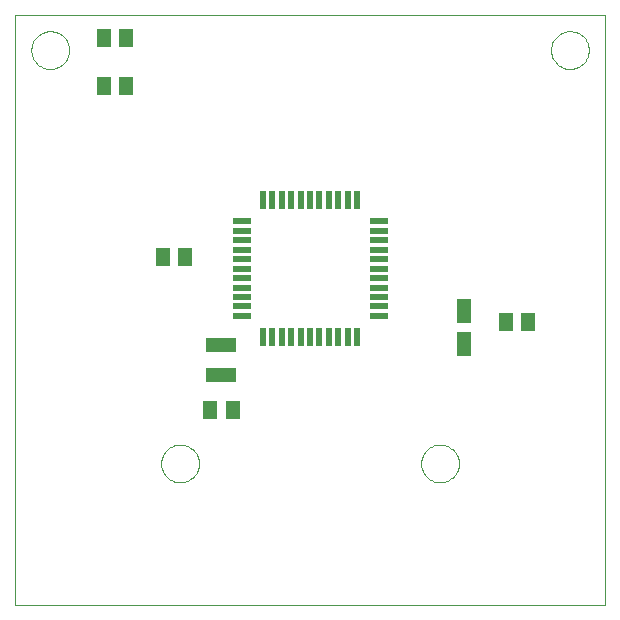
<source format=gbp>
G75*
G70*
%OFA0B0*%
%FSLAX24Y24*%
%IPPOS*%
%LPD*%
%AMOC8*
5,1,8,0,0,1.08239X$1,22.5*
%
%ADD10C,0.0000*%
%ADD11R,0.0512X0.0591*%
%ADD12R,0.0472X0.0787*%
%ADD13R,0.0197X0.0591*%
%ADD14R,0.0591X0.0197*%
%ADD15R,0.1000X0.0500*%
D10*
X000377Y000377D02*
X020062Y000377D01*
X020062Y020062D01*
X000377Y020062D01*
X000377Y000377D01*
X005259Y005101D02*
X005261Y005151D01*
X005267Y005201D01*
X005277Y005250D01*
X005291Y005298D01*
X005308Y005345D01*
X005329Y005390D01*
X005354Y005434D01*
X005382Y005475D01*
X005414Y005514D01*
X005448Y005551D01*
X005485Y005585D01*
X005525Y005615D01*
X005567Y005642D01*
X005611Y005666D01*
X005657Y005687D01*
X005704Y005703D01*
X005752Y005716D01*
X005802Y005725D01*
X005851Y005730D01*
X005902Y005731D01*
X005952Y005728D01*
X006001Y005721D01*
X006050Y005710D01*
X006098Y005695D01*
X006144Y005677D01*
X006189Y005655D01*
X006232Y005629D01*
X006273Y005600D01*
X006312Y005568D01*
X006348Y005533D01*
X006380Y005495D01*
X006410Y005455D01*
X006437Y005412D01*
X006460Y005368D01*
X006479Y005322D01*
X006495Y005274D01*
X006507Y005225D01*
X006515Y005176D01*
X006519Y005126D01*
X006519Y005076D01*
X006515Y005026D01*
X006507Y004977D01*
X006495Y004928D01*
X006479Y004880D01*
X006460Y004834D01*
X006437Y004790D01*
X006410Y004747D01*
X006380Y004707D01*
X006348Y004669D01*
X006312Y004634D01*
X006273Y004602D01*
X006232Y004573D01*
X006189Y004547D01*
X006144Y004525D01*
X006098Y004507D01*
X006050Y004492D01*
X006001Y004481D01*
X005952Y004474D01*
X005902Y004471D01*
X005851Y004472D01*
X005802Y004477D01*
X005752Y004486D01*
X005704Y004499D01*
X005657Y004515D01*
X005611Y004536D01*
X005567Y004560D01*
X005525Y004587D01*
X005485Y004617D01*
X005448Y004651D01*
X005414Y004688D01*
X005382Y004727D01*
X005354Y004768D01*
X005329Y004812D01*
X005308Y004857D01*
X005291Y004904D01*
X005277Y004952D01*
X005267Y005001D01*
X005261Y005051D01*
X005259Y005101D01*
X013920Y005101D02*
X013922Y005151D01*
X013928Y005201D01*
X013938Y005250D01*
X013952Y005298D01*
X013969Y005345D01*
X013990Y005390D01*
X014015Y005434D01*
X014043Y005475D01*
X014075Y005514D01*
X014109Y005551D01*
X014146Y005585D01*
X014186Y005615D01*
X014228Y005642D01*
X014272Y005666D01*
X014318Y005687D01*
X014365Y005703D01*
X014413Y005716D01*
X014463Y005725D01*
X014512Y005730D01*
X014563Y005731D01*
X014613Y005728D01*
X014662Y005721D01*
X014711Y005710D01*
X014759Y005695D01*
X014805Y005677D01*
X014850Y005655D01*
X014893Y005629D01*
X014934Y005600D01*
X014973Y005568D01*
X015009Y005533D01*
X015041Y005495D01*
X015071Y005455D01*
X015098Y005412D01*
X015121Y005368D01*
X015140Y005322D01*
X015156Y005274D01*
X015168Y005225D01*
X015176Y005176D01*
X015180Y005126D01*
X015180Y005076D01*
X015176Y005026D01*
X015168Y004977D01*
X015156Y004928D01*
X015140Y004880D01*
X015121Y004834D01*
X015098Y004790D01*
X015071Y004747D01*
X015041Y004707D01*
X015009Y004669D01*
X014973Y004634D01*
X014934Y004602D01*
X014893Y004573D01*
X014850Y004547D01*
X014805Y004525D01*
X014759Y004507D01*
X014711Y004492D01*
X014662Y004481D01*
X014613Y004474D01*
X014563Y004471D01*
X014512Y004472D01*
X014463Y004477D01*
X014413Y004486D01*
X014365Y004499D01*
X014318Y004515D01*
X014272Y004536D01*
X014228Y004560D01*
X014186Y004587D01*
X014146Y004617D01*
X014109Y004651D01*
X014075Y004688D01*
X014043Y004727D01*
X014015Y004768D01*
X013990Y004812D01*
X013969Y004857D01*
X013952Y004904D01*
X013938Y004952D01*
X013928Y005001D01*
X013922Y005051D01*
X013920Y005101D01*
X018251Y018881D02*
X018253Y018931D01*
X018259Y018981D01*
X018269Y019030D01*
X018283Y019078D01*
X018300Y019125D01*
X018321Y019170D01*
X018346Y019214D01*
X018374Y019255D01*
X018406Y019294D01*
X018440Y019331D01*
X018477Y019365D01*
X018517Y019395D01*
X018559Y019422D01*
X018603Y019446D01*
X018649Y019467D01*
X018696Y019483D01*
X018744Y019496D01*
X018794Y019505D01*
X018843Y019510D01*
X018894Y019511D01*
X018944Y019508D01*
X018993Y019501D01*
X019042Y019490D01*
X019090Y019475D01*
X019136Y019457D01*
X019181Y019435D01*
X019224Y019409D01*
X019265Y019380D01*
X019304Y019348D01*
X019340Y019313D01*
X019372Y019275D01*
X019402Y019235D01*
X019429Y019192D01*
X019452Y019148D01*
X019471Y019102D01*
X019487Y019054D01*
X019499Y019005D01*
X019507Y018956D01*
X019511Y018906D01*
X019511Y018856D01*
X019507Y018806D01*
X019499Y018757D01*
X019487Y018708D01*
X019471Y018660D01*
X019452Y018614D01*
X019429Y018570D01*
X019402Y018527D01*
X019372Y018487D01*
X019340Y018449D01*
X019304Y018414D01*
X019265Y018382D01*
X019224Y018353D01*
X019181Y018327D01*
X019136Y018305D01*
X019090Y018287D01*
X019042Y018272D01*
X018993Y018261D01*
X018944Y018254D01*
X018894Y018251D01*
X018843Y018252D01*
X018794Y018257D01*
X018744Y018266D01*
X018696Y018279D01*
X018649Y018295D01*
X018603Y018316D01*
X018559Y018340D01*
X018517Y018367D01*
X018477Y018397D01*
X018440Y018431D01*
X018406Y018468D01*
X018374Y018507D01*
X018346Y018548D01*
X018321Y018592D01*
X018300Y018637D01*
X018283Y018684D01*
X018269Y018732D01*
X018259Y018781D01*
X018253Y018831D01*
X018251Y018881D01*
X000928Y018881D02*
X000930Y018931D01*
X000936Y018981D01*
X000946Y019030D01*
X000960Y019078D01*
X000977Y019125D01*
X000998Y019170D01*
X001023Y019214D01*
X001051Y019255D01*
X001083Y019294D01*
X001117Y019331D01*
X001154Y019365D01*
X001194Y019395D01*
X001236Y019422D01*
X001280Y019446D01*
X001326Y019467D01*
X001373Y019483D01*
X001421Y019496D01*
X001471Y019505D01*
X001520Y019510D01*
X001571Y019511D01*
X001621Y019508D01*
X001670Y019501D01*
X001719Y019490D01*
X001767Y019475D01*
X001813Y019457D01*
X001858Y019435D01*
X001901Y019409D01*
X001942Y019380D01*
X001981Y019348D01*
X002017Y019313D01*
X002049Y019275D01*
X002079Y019235D01*
X002106Y019192D01*
X002129Y019148D01*
X002148Y019102D01*
X002164Y019054D01*
X002176Y019005D01*
X002184Y018956D01*
X002188Y018906D01*
X002188Y018856D01*
X002184Y018806D01*
X002176Y018757D01*
X002164Y018708D01*
X002148Y018660D01*
X002129Y018614D01*
X002106Y018570D01*
X002079Y018527D01*
X002049Y018487D01*
X002017Y018449D01*
X001981Y018414D01*
X001942Y018382D01*
X001901Y018353D01*
X001858Y018327D01*
X001813Y018305D01*
X001767Y018287D01*
X001719Y018272D01*
X001670Y018261D01*
X001621Y018254D01*
X001571Y018251D01*
X001520Y018252D01*
X001471Y018257D01*
X001421Y018266D01*
X001373Y018279D01*
X001326Y018295D01*
X001280Y018316D01*
X001236Y018340D01*
X001194Y018367D01*
X001154Y018397D01*
X001117Y018431D01*
X001083Y018468D01*
X001051Y018507D01*
X001023Y018548D01*
X000998Y018592D01*
X000977Y018637D01*
X000960Y018684D01*
X000946Y018732D01*
X000936Y018781D01*
X000930Y018831D01*
X000928Y018881D01*
D11*
X003349Y019274D03*
X004097Y019274D03*
X004097Y017700D03*
X003349Y017700D03*
X005318Y011991D03*
X006066Y011991D03*
X006893Y006873D03*
X007641Y006873D03*
X016735Y009826D03*
X017483Y009826D03*
D12*
X015337Y010180D03*
X015337Y009078D03*
D13*
X011794Y009314D03*
X011479Y009314D03*
X011164Y009314D03*
X010849Y009314D03*
X010534Y009314D03*
X010219Y009314D03*
X009904Y009314D03*
X009589Y009314D03*
X009274Y009314D03*
X008960Y009314D03*
X008645Y009314D03*
X008645Y013881D03*
X008960Y013881D03*
X009274Y013881D03*
X009589Y013881D03*
X009904Y013881D03*
X010219Y013881D03*
X010534Y013881D03*
X010849Y013881D03*
X011164Y013881D03*
X011479Y013881D03*
X011794Y013881D03*
D14*
X012503Y013172D03*
X012503Y012857D03*
X012503Y012542D03*
X012503Y012227D03*
X012503Y011912D03*
X012503Y011597D03*
X012503Y011282D03*
X012503Y010967D03*
X012503Y010652D03*
X012503Y010337D03*
X012503Y010023D03*
X007936Y010023D03*
X007936Y010337D03*
X007936Y010652D03*
X007936Y010967D03*
X007936Y011282D03*
X007936Y011597D03*
X007936Y011912D03*
X007936Y012227D03*
X007936Y012542D03*
X007936Y012857D03*
X007936Y013172D03*
D15*
X007267Y009038D03*
X007267Y008054D03*
M02*

</source>
